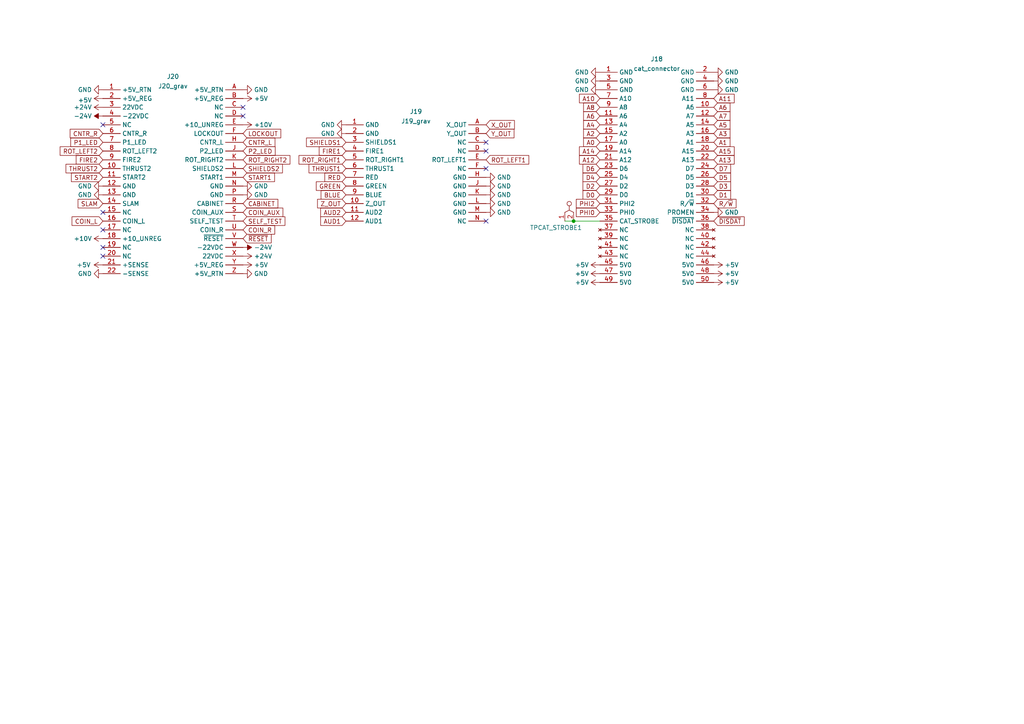
<source format=kicad_sch>
(kicad_sch (version 20211123) (generator eeschema)
  (paper "A4")
  (lib_symbols
    (symbol "atari:cat_connector"
      (property "Reference" "J" (at 7.62 33.02 0))
      (property "Value" "cat_connector" (at -0.635 33.02 0))
      (symbol "cat_connector_1_1"
        (pin power_in line (at -16.51 30.48 0) (length 5.08) (name "GND") (number "1"))
        (pin bidirectional line (at 16.51 20.32 180) (length 5.08) (name "A6") (number "10"))
        (pin bidirectional line (at -16.51 17.78 0) (length 5.08) (name "A6") (number "11"))
        (pin bidirectional line (at 16.51 17.78 180) (length 5.08) (name "A7") (number "12"))
        (pin bidirectional line (at -16.51 15.24 0) (length 5.08) (name "A4") (number "13"))
        (pin bidirectional line (at 16.51 15.24 180) (length 5.08) (name "A5") (number "14"))
        (pin bidirectional line (at -16.51 12.7 0) (length 5.08) (name "A2") (number "15"))
        (pin bidirectional line (at 16.51 12.7 180) (length 5.08) (name "A3") (number "16"))
        (pin bidirectional line (at -16.51 10.16 0) (length 5.08) (name "A0") (number "17"))
        (pin bidirectional line (at 16.51 10.16 180) (length 5.08) (name "A1") (number "18"))
        (pin bidirectional line (at -16.51 7.62 0) (length 5.08) (name "A14") (number "19"))
        (pin power_in line (at 16.51 30.48 180) (length 5.08) (name "GND") (number "2"))
        (pin bidirectional line (at 16.51 7.62 180) (length 5.08) (name "A15") (number "20"))
        (pin bidirectional line (at -16.51 5.08 0) (length 5.08) (name "A12") (number "21"))
        (pin bidirectional line (at 16.51 5.08 180) (length 5.08) (name "A13") (number "22"))
        (pin bidirectional line (at -16.51 2.54 0) (length 5.08) (name "D6") (number "23"))
        (pin bidirectional line (at 16.51 2.54 180) (length 5.08) (name "D7") (number "24"))
        (pin bidirectional line (at -16.51 0 0) (length 5.08) (name "D4") (number "25"))
        (pin bidirectional line (at 16.51 0 180) (length 5.08) (name "D5") (number "26"))
        (pin bidirectional line (at -16.51 -2.54 0) (length 5.08) (name "D2") (number "27"))
        (pin bidirectional line (at 16.51 -2.54 180) (length 5.08) (name "D3") (number "28"))
        (pin bidirectional line (at -16.51 -5.08 0) (length 5.08) (name "D0") (number "29"))
        (pin power_in line (at -16.51 27.94 0) (length 5.08) (name "GND") (number "3"))
        (pin bidirectional line (at 16.51 -5.08 180) (length 5.08) (name "D1") (number "30"))
        (pin bidirectional line (at -16.51 -7.62 0) (length 5.08) (name "PHI2") (number "31"))
        (pin bidirectional line (at 16.51 -7.62 180) (length 5.08) (name "R/~{W}") (number "32"))
        (pin bidirectional line (at -16.51 -10.16 0) (length 5.08) (name "PHI0") (number "33"))
        (pin power_in line (at 16.51 -10.16 180) (length 5.08) (name "PROMEN") (number "34"))
        (pin bidirectional line (at -16.51 -12.7 0) (length 5.08) (name "CAT_STROBE") (number "35"))
        (pin bidirectional line (at 16.51 -12.7 180) (length 5.08) (name "~{DISDAT}") (number "36"))
        (pin no_connect line (at -16.51 -15.24 0) (length 5.08) (name "NC") (number "37"))
        (pin no_connect line (at 16.51 -15.24 180) (length 5.08) (name "NC") (number "38"))
        (pin no_connect line (at -16.51 -17.78 0) (length 5.08) (name "NC") (number "39"))
        (pin power_in line (at 16.51 27.94 180) (length 5.08) (name "GND") (number "4"))
        (pin no_connect line (at 16.51 -17.78 180) (length 5.08) (name "NC") (number "40"))
        (pin no_connect line (at -16.51 -20.32 0) (length 5.08) (name "NC") (number "41"))
        (pin no_connect line (at 16.51 -20.32 180) (length 5.08) (name "NC") (number "42"))
        (pin no_connect line (at -16.51 -22.86 0) (length 5.08) (name "NC") (number "43"))
        (pin no_connect line (at 16.51 -22.86 180) (length 5.08) (name "NC") (number "44"))
        (pin power_in line (at -16.51 -25.4 0) (length 5.08) (name "5V0") (number "45"))
        (pin power_in line (at 16.51 -25.4 180) (length 5.08) (name "5V0") (number "46"))
        (pin power_in line (at -16.51 -27.94 0) (length 5.08) (name "5V0") (number "47"))
        (pin power_in line (at 16.51 -27.94 180) (length 5.08) (name "5V0") (number "48"))
        (pin power_in line (at -16.51 -30.48 0) (length 5.08) (name "5V0") (number "49"))
        (pin power_in line (at -16.51 25.4 0) (length 5.08) (name "GND") (number "5"))
        (pin power_in line (at 16.51 -30.48 180) (length 5.08) (name "5V0") (number "50"))
        (pin power_in line (at 16.51 25.4 180) (length 5.08) (name "GND") (number "6"))
        (pin bidirectional line (at -16.51 22.86 0) (length 5.08) (name "A10") (number "7"))
        (pin bidirectional line (at 16.51 22.86 180) (length 5.08) (name "A11") (number "8"))
        (pin bidirectional line (at -16.51 20.32 0) (length 5.08) (name "A8") (number "9"))
      )
    )
    (symbol "atari:grav_J19"
      (property "Reference" "J" (at 13.97 16.51 0))
      (property "Value" "grav_J19" (at -10.16 16.51 0))
      (symbol "grav_J19_1_1"
        (pin passive line (at -20.32 13.97 0) (length 5.08) (name "GND") (number "1"))
        (pin passive line (at -20.32 -8.89 0) (length 5.08) (name "Z_OUT") (number "10"))
        (pin passive line (at -20.32 -11.43 0) (length 5.08) (name "AUD2") (number "11"))
        (pin passive line (at -20.32 -13.97 0) (length 5.08) (name "AUD1") (number "12"))
        (pin passive line (at -20.32 11.43 0) (length 5.08) (name "GND") (number "2"))
        (pin passive line (at -20.32 8.89 0) (length 5.08) (name "SHIELDS1") (number "3"))
        (pin passive line (at -20.32 6.35 0) (length 5.08) (name "FIRE1") (number "4"))
        (pin passive line (at -20.32 3.81 0) (length 5.08) (name "ROT_RIGHT1") (number "5"))
        (pin passive line (at -20.32 1.27 0) (length 5.08) (name "THRUST1") (number "6"))
        (pin passive line (at -20.32 -1.27 0) (length 5.08) (name "RED") (number "7"))
        (pin passive line (at -20.32 -3.81 0) (length 5.08) (name "GREEN") (number "8"))
        (pin passive line (at -20.32 -6.35 0) (length 5.08) (name "BLUE") (number "9"))
        (pin passive line (at 20.32 13.97 180) (length 5.08) (name "X_OUT") (number "A"))
        (pin passive line (at 20.32 11.43 180) (length 5.08) (name "Y_OUT") (number "B"))
        (pin passive line (at 20.32 8.89 180) (length 5.08) (name "NC") (number "C"))
        (pin passive line (at 20.32 6.35 180) (length 5.08) (name "NC") (number "D"))
        (pin passive line (at 20.32 3.81 180) (length 5.08) (name "ROT_LEFT1") (number "E"))
        (pin passive line (at 20.32 1.27 180) (length 5.08) (name "NC") (number "F"))
        (pin passive line (at 20.32 -1.27 180) (length 5.08) (name "GND") (number "H"))
        (pin passive line (at 20.32 -3.81 180) (length 5.08) (name "GND") (number "J"))
        (pin passive line (at 20.32 -6.35 180) (length 5.08) (name "GND") (number "K"))
        (pin passive line (at 20.32 -8.89 180) (length 5.08) (name "GND") (number "L"))
        (pin passive line (at 20.32 -11.43 180) (length 5.08) (name "GND") (number "M"))
        (pin passive line (at 20.32 -13.97 180) (length 5.08) (name "NC") (number "N"))
      )
    )
    (symbol "atari:grav_J20"
      (property "Reference" "J" (at 5.715 29.21 0))
      (property "Value" "grav_J20" (at -1.27 29.21 0))
      (symbol "grav_J20_1_1"
        (pin passive line (at -20.32 26.67 0) (length 5.08) (name "+5V_RTN") (number "1"))
        (pin passive line (at -20.32 3.81 0) (length 5.08) (name "THRUST2") (number "10"))
        (pin passive line (at -20.32 1.27 0) (length 5.08) (name "START2") (number "11"))
        (pin passive line (at -20.32 -1.27 0) (length 5.08) (name "GND") (number "12"))
        (pin passive line (at -20.32 -3.81 0) (length 5.08) (name "GND") (number "13"))
        (pin passive line (at -20.32 -6.35 0) (length 5.08) (name "SLAM") (number "14"))
        (pin passive line (at -20.32 -8.89 0) (length 5.08) (name "NC") (number "15"))
        (pin passive line (at -20.32 -11.43 0) (length 5.08) (name "COIN_L") (number "16"))
        (pin passive line (at -20.32 -13.97 0) (length 5.08) (name "NC") (number "17"))
        (pin passive line (at -20.32 -16.51 0) (length 5.08) (name "+10_UNREG") (number "18"))
        (pin passive line (at -20.32 -19.05 0) (length 5.08) (name "NC") (number "19"))
        (pin passive line (at -20.32 24.13 0) (length 5.08) (name "+5V_REG") (number "2"))
        (pin passive line (at -20.32 -21.59 0) (length 5.08) (name "NC") (number "20"))
        (pin passive line (at -20.32 -24.13 0) (length 5.08) (name "+SENSE") (number "21"))
        (pin passive line (at -20.32 -26.67 0) (length 5.08) (name "-SENSE") (number "22"))
        (pin passive line (at -20.32 21.59 0) (length 5.08) (name "22VDC") (number "3"))
        (pin passive line (at -20.32 19.05 0) (length 5.08) (name "-22VDC") (number "4"))
        (pin passive line (at -20.32 16.51 0) (length 5.08) (name "NC") (number "5"))
        (pin passive line (at -20.32 13.97 0) (length 5.08) (name "CNTR_R") (number "6"))
        (pin passive line (at -20.32 11.43 0) (length 5.08) (name "P1_LED") (number "7"))
        (pin passive line (at -20.32 8.89 0) (length 5.08) (name "ROT_LEFT2") (number "8"))
        (pin passive line (at -20.32 6.35 0) (length 5.08) (name "FIRE2") (number "9"))
        (pin passive line (at 20.32 26.67 180) (length 5.08) (name "+5V_RTN") (number "A"))
        (pin passive line (at 20.32 24.13 180) (length 5.08) (name "+5V_REG") (number "B"))
        (pin passive line (at 20.32 21.59 180) (length 5.08) (name "NC") (number "C"))
        (pin passive line (at 20.32 19.05 180) (length 5.08) (name "NC") (number "D"))
        (pin passive line (at 20.32 16.51 180) (length 5.08) (name "+10_UNREG") (number "E"))
        (pin passive line (at 20.32 13.97 180) (length 5.08) (name "LOCKOUT") (number "F"))
        (pin passive line (at 20.32 11.43 180) (length 5.08) (name "CNTR_L") (number "H"))
        (pin passive line (at 20.32 8.89 180) (length 5.08) (name "P2_LED") (number "J"))
        (pin passive line (at 20.32 6.35 180) (length 5.08) (name "ROT_RIGHT2") (number "K"))
        (pin passive line (at 20.32 3.81 180) (length 5.08) (name "SHIELDS2") (number "L"))
        (pin passive line (at 20.32 1.27 180) (length 5.08) (name "START1") (number "M"))
        (pin passive line (at 20.32 -1.27 180) (length 5.08) (name "GND") (number "N"))
        (pin passive line (at 20.32 -3.81 180) (length 5.08) (name "GND") (number "P"))
        (pin passive line (at 20.32 -6.35 180) (length 5.08) (name "CABINET") (number "R"))
        (pin passive line (at 20.32 -8.89 180) (length 5.08) (name "COIN_AUX") (number "S"))
        (pin passive line (at 20.32 -11.43 180) (length 5.08) (name "SELF_TEST") (number "T"))
        (pin passive line (at 20.32 -13.97 180) (length 5.08) (name "COIN_R") (number "U"))
        (pin passive line (at 20.32 -16.51 180) (length 5.08) (name "~{RESET}") (number "V"))
        (pin passive line (at 20.32 -19.05 180) (length 5.08) (name "-22VDC") (number "W"))
        (pin passive line (at 20.32 -21.59 180) (length 5.08) (name "22VDC") (number "X"))
        (pin passive line (at 20.32 -24.13 180) (length 5.08) (name "+5V_REG") (number "Y"))
        (pin passive line (at 20.32 -26.67 180) (length 5.08) (name "+5V_RTN") (number "Z"))
      )
    )
    (symbol "atari:tp_2_pin"
      (property "Reference" "TP" (at 0 5.715 0))
      (symbol "tp_2_pin_0_1"
        (polyline (pts (xy 0 1.905) (xy -1.27 1.27)) (stroke (width 0.1524)))
        (polyline (pts (xy 0 3.175) (xy 0 1.905) (xy 1.27 1.27)) (stroke (width 0.1524)))
        (circle (center 0 3.81) (radius 0.635))
      )
      (symbol "tp_2_pin_1_1"
        (pin passive line (at -1.27 -1.27 90) (length 2.54) (name "") (number "1"))
        (pin passive line (at 1.27 -1.27 90) (length 2.54) (name "") (number "2"))
      )
    )
    (symbol "power:+10V" (power) (pin_names (offset 0))
      (property "Value" "+10V" (at 0 3.556 0))
      (symbol "+10V_0_1"
        (polyline (pts (xy -0.762 1.27) (xy 0 2.54)))
        (polyline (pts (xy 0 0) (xy 0 2.54)))
        (polyline (pts (xy 0 2.54) (xy 0.762 1.27)))
      )
      (symbol "+10V_1_1"
        (pin power_in line (at 0 0 90) (length 0) hide (name "+10V") (number "1"))
      )
    )
    (symbol "power:+24V" (power) (pin_names (offset 0))
      (property "Value" "+24V" (at 0 3.556 0))
      (symbol "+24V_0_1"
        (polyline (pts (xy -0.762 1.27) (xy 0 2.54)))
        (polyline (pts (xy 0 0) (xy 0 2.54)))
        (polyline (pts (xy 0 2.54) (xy 0.762 1.27)))
      )
      (symbol "+24V_1_1"
        (pin power_in line (at 0 0 90) (length 0) hide (name "+24V") (number "1"))
      )
    )
    (symbol "power:+5V" (power) (pin_names (offset 0))
      (property "Value" "+5V" (at 0 3.556 0))
      (symbol "+5V_0_1"
        (polyline (pts (xy -0.762 1.27) (xy 0 2.54)))
        (polyline (pts (xy 0 0) (xy 0 2.54)))
        (polyline (pts (xy 0 2.54) (xy 0.762 1.27)))
      )
      (symbol "+5V_1_1"
        (pin power_in line (at 0 0 90) (length 0) hide (name "+5V") (number "1"))
      )
    )
    (symbol "power:-24V" (power) (pin_names (offset 0))
      (property "Value" "-24V" (at 0 3.81 0))
      (symbol "-24V_0_0"
        (pin power_in line (at 0 0 90) (length 0) hide (name "-24V") (number "1"))
      )
      (symbol "-24V_0_1"
        (polyline (pts (xy 0 0) (xy 0 1.27) (xy 0.762 1.27) (xy 0 2.54) (xy -0.762 1.27) (xy 0 1.27)) (fill (type outline)))
      )
    )
    (symbol "power:GND" (power) (pin_names (offset 0))
      (property "Value" "GND" (at 0 -3.81 0))
      (symbol "GND_0_1"
        (polyline (pts (xy 0 0) (xy 0 -1.27) (xy 1.27 -1.27) (xy 0 -2.54) (xy -1.27 -1.27) (xy 0 -1.27)))
      )
      (symbol "GND_1_1"
        (pin power_in line (at 0 0 270) (length 0) hide (name "GND") (number "1"))
      )
    )
  )
  (junction (at 166.37 64.135))
  (no_connect (at 140.97 43.815))
  (no_connect (at 140.97 64.135))
  (no_connect (at 140.97 48.895))
  (no_connect (at 140.97 41.275))
  (no_connect (at 70.485 33.655))
  (no_connect (at 70.485 31.115))
  (no_connect (at 29.845 36.195))
  (no_connect (at 29.845 71.755))
  (no_connect (at 29.845 74.295))
  (no_connect (at 29.845 61.595))
  (no_connect (at 29.845 66.675))
  (wire (pts (xy 166.37 64.135) (xy 173.99 64.135)))
  (wire (pts (xy 163.83 64.135) (xy 166.37 64.135)))
  (global_label "A14" (shape input) (at 173.99 43.815 180) (property "Intersheet References" "${INTERSHEET_REFS}" (effects hide)))
  (global_label "THRUST2" (shape input) (at 29.845 48.895 180) (property "Intersheet References" "${INTERSHEET_REFS}" (effects hide)))
  (global_label "A2" (shape input) (at 173.99 38.735 180) (property "Intersheet References" "${INTERSHEET_REFS}" (effects hide)))
  (global_label "FIRE2" (shape input) (at 29.845 46.355 180) (property "Intersheet References" "${INTERSHEET_REFS}" (effects hide)))
  (global_label "ROT_RIGHT2" (shape input) (at 70.485 46.355 0) (property "Intersheet References" "${INTERSHEET_REFS}" (effects hide)))
  (global_label "PHI2" (shape input) (at 173.99 59.055 180) (property "Intersheet References" "${INTERSHEET_REFS}" (effects hide)))
  (global_label "R{slash}~{W}" (shape input) (at 207.01 59.055 0) (property "Intersheet References" "${INTERSHEET_REFS}" (effects hide)))
  (global_label "GREEN" (shape input) (at 100.33 53.975 180) (property "Intersheet References" "${INTERSHEET_REFS}" (effects hide)))
  (global_label "PHI0" (shape input) (at 173.99 61.595 180) (property "Intersheet References" "${INTERSHEET_REFS}" (effects hide)))
  (global_label "CNTR_L" (shape input) (at 70.485 41.275 0) (property "Intersheet References" "${INTERSHEET_REFS}" (effects hide)))
  (global_label "ROT_LEFT2" (shape input) (at 29.845 43.815 180) (property "Intersheet References" "${INTERSHEET_REFS}" (effects hide)))
  (global_label "D1" (shape input) (at 207.01 56.515 0) (property "Intersheet References" "${INTERSHEET_REFS}" (effects hide)))
  (global_label "SELF_TEST" (shape input) (at 70.485 64.135 0) (property "Intersheet References" "${INTERSHEET_REFS}" (effects hide)))
  (global_label "A10" (shape input) (at 173.99 28.575 180) (property "Intersheet References" "${INTERSHEET_REFS}" (effects hide)))
  (global_label "AUD2" (shape input) (at 100.33 61.595 180) (property "Intersheet References" "${INTERSHEET_REFS}" (effects hide)))
  (global_label "D5" (shape input) (at 207.01 51.435 0) (property "Intersheet References" "${INTERSHEET_REFS}" (effects hide)))
  (global_label "A15" (shape input) (at 207.01 43.815 0) (property "Intersheet References" "${INTERSHEET_REFS}" (effects hide)))
  (global_label "~{RESET}" (shape input) (at 70.485 69.215 0) (property "Intersheet References" "${INTERSHEET_REFS}" (effects hide)))
  (global_label "P2_LED" (shape input) (at 70.485 43.815 0) (property "Intersheet References" "${INTERSHEET_REFS}" (effects hide)))
  (global_label "D0" (shape input) (at 173.99 56.515 180) (property "Intersheet References" "${INTERSHEET_REFS}" (effects hide)))
  (global_label "D4" (shape input) (at 173.99 51.435 180) (property "Intersheet References" "${INTERSHEET_REFS}" (effects hide)))
  (global_label "Y_OUT" (shape input) (at 140.97 38.735 0) (property "Intersheet References" "${INTERSHEET_REFS}" (effects hide)))
  (global_label "START1" (shape input) (at 70.485 51.435 0) (property "Intersheet References" "${INTERSHEET_REFS}" (effects hide)))
  (global_label "SHIELDS2" (shape input) (at 70.485 48.895 0) (property "Intersheet References" "${INTERSHEET_REFS}" (effects hide)))
  (global_label "A1" (shape input) (at 207.01 41.275 0) (property "Intersheet References" "${INTERSHEET_REFS}" (effects hide)))
  (global_label "A11" (shape input) (at 207.01 28.575 0) (property "Intersheet References" "${INTERSHEET_REFS}" (effects hide)))
  (global_label "THRUST1" (shape input) (at 100.33 48.895 180) (property "Intersheet References" "${INTERSHEET_REFS}" (effects hide)))
  (global_label "X_OUT" (shape input) (at 140.97 36.195 0) (property "Intersheet References" "${INTERSHEET_REFS}" (effects hide)))
  (global_label "Z_OUT" (shape input) (at 100.33 59.055 180) (property "Intersheet References" "${INTERSHEET_REFS}" (effects hide)))
  (global_label "A12" (shape input) (at 173.99 46.355 180) (property "Intersheet References" "${INTERSHEET_REFS}" (effects hide)))
  (global_label "A6" (shape input) (at 207.01 31.115 0) (property "Intersheet References" "${INTERSHEET_REFS}" (effects hide)))
  (global_label "LOCKOUT" (shape input) (at 70.485 38.735 0) (property "Intersheet References" "${INTERSHEET_REFS}" (effects hide)))
  (global_label "D7" (shape input) (at 207.01 48.895 0) (property "Intersheet References" "${INTERSHEET_REFS}" (effects hide)))
  (global_label "COIN_AUX" (shape input) (at 70.485 61.595 0) (property "Intersheet References" "${INTERSHEET_REFS}" (effects hide)))
  (global_label "RED" (shape input) (at 100.33 51.435 180) (property "Intersheet References" "${INTERSHEET_REFS}" (effects hide)))
  (global_label "ROT_RIGHT1" (shape input) (at 100.33 46.355 180) (property "Intersheet References" "${INTERSHEET_REFS}" (effects hide)))
  (global_label "A13" (shape input) (at 207.01 46.355 0) (property "Intersheet References" "${INTERSHEET_REFS}" (effects hide)))
  (global_label "D3" (shape input) (at 207.01 53.975 0) (property "Intersheet References" "${INTERSHEET_REFS}" (effects hide)))
  (global_label "AUD1" (shape input) (at 100.33 64.135 180) (property "Intersheet References" "${INTERSHEET_REFS}" (effects hide)))
  (global_label "A8" (shape input) (at 173.99 31.115 180) (property "Intersheet References" "${INTERSHEET_REFS}" (effects hide)))
  (global_label "A3" (shape input) (at 207.01 38.735 0) (property "Intersheet References" "${INTERSHEET_REFS}" (effects hide)))
  (global_label "CNTR_R" (shape input) (at 29.845 38.735 180) (property "Intersheet References" "${INTERSHEET_REFS}" (effects hide)))
  (global_label "P1_LED" (shape input) (at 29.845 41.275 180) (property "Intersheet References" "${INTERSHEET_REFS}" (effects hide)))
  (global_label "SHIELDS1" (shape input) (at 100.33 41.275 180) (property "Intersheet References" "${INTERSHEET_REFS}" (effects hide)))
  (global_label "A6" (shape input) (at 173.99 33.655 180) (property "Intersheet References" "${INTERSHEET_REFS}" (effects hide)))
  (global_label "START2" (shape input) (at 29.845 51.435 180) (property "Intersheet References" "${INTERSHEET_REFS}" (effects hide)))
  (global_label "FIRE1" (shape input) (at 100.33 43.815 180) (property "Intersheet References" "${INTERSHEET_REFS}" (effects hide)))
  (global_label "~{DISDAT}" (shape input) (at 207.01 64.135 0) (property "Intersheet References" "${INTERSHEET_REFS}" (effects hide)))
  (global_label "CABINET" (shape input) (at 70.485 59.055 0) (property "Intersheet References" "${INTERSHEET_REFS}" (effects hide)))
  (global_label "D6" (shape input) (at 173.99 48.895 180) (property "Intersheet References" "${INTERSHEET_REFS}" (effects hide)))
  (global_label "COIN_L" (shape input) (at 29.845 64.135 180) (property "Intersheet References" "${INTERSHEET_REFS}" (effects hide)))
  (global_label "A7" (shape input) (at 207.01 33.655 0) (property "Intersheet References" "${INTERSHEET_REFS}" (effects hide)))
  (global_label "A0" (shape input) (at 173.99 41.275 180) (property "Intersheet References" "${INTERSHEET_REFS}" (effects hide)))
  (global_label "SLAM" (shape input) (at 29.845 59.055 180) (property "Intersheet References" "${INTERSHEET_REFS}" (effects hide)))
  (global_label "COIN_R" (shape input) (at 70.485 66.675 0) (property "Intersheet References" "${INTERSHEET_REFS}" (effects hide)))
  (global_label "A5" (shape input) (at 207.01 36.195 0) (property "Intersheet References" "${INTERSHEET_REFS}" (effects hide)))
  (global_label "ROT_LEFT1" (shape input) (at 140.97 46.355 0) (property "Intersheet References" "${INTERSHEET_REFS}" (effects hide)))
  (global_label "BLUE" (shape input) (at 100.33 56.515 180) (property "Intersheet References" "${INTERSHEET_REFS}" (effects hide)))
  (global_label "A4" (shape input) (at 173.99 36.195 180) (property "Intersheet References" "${INTERSHEET_REFS}" (effects hide)))
  (global_label "D2" (shape input) (at 173.99 53.975 180) (property "Intersheet References" "${INTERSHEET_REFS}" (effects hide)))
  (symbol (lib_id "power:+5V") (at 70.485 28.575 270) (unit 1)
    (property "Reference" "#PWR0134" (effects hide))
    (property "Value" "+5V" (at 73.66 28.575 90) (effects (justify left)))
  )
  (symbol (lib_id "power:GND") (at 29.845 79.375 270) (unit 1)
    (property "Reference" "#PWR0138" (effects hide))
    (property "Value" "GND" (at 26.67 79.375 90) (effects (justify right)))
  )
  (symbol (lib_id "power:GND") (at 207.01 26.035 90) (unit 1)
    (property "Reference" "#PWR0153" (effects hide))
    (property "Value" "GND" (at 210.185 26.035 90) (effects (justify right)))
  )
  (symbol (lib_id "power:+24V") (at 29.845 31.115 90) (unit 1)
    (property "Reference" "#PWR0142" (effects hide))
    (property "Value" "+24V" (at 26.67 31.115 90) (effects (justify left)))
  )
  (symbol (lib_id "power:GND") (at 140.97 51.435 90) (unit 1)
    (property "Reference" "#PWR0129" (effects hide))
    (property "Value" "GND" (at 144.145 51.435 90) (effects (justify right)))
  )
  (symbol (lib_id "power:GND") (at 140.97 61.595 90) (unit 1)
    (property "Reference" "#PWR0126" (effects hide))
    (property "Value" "GND" (at 144.145 61.595 90) (effects (justify right)))
  )
  (symbol (lib_id "power:GND") (at 173.99 20.955 270) (unit 1)
    (property "Reference" "#PWR0157" (effects hide))
    (property "Value" "GND" (at 170.815 20.955 90) (effects (justify right)))
  )
  (symbol (lib_id "power:+5V") (at 173.99 81.915 90) (unit 1)
    (property "Reference" "#PWR0162" (effects hide))
    (property "Value" "+5V" (at 170.815 81.915 90) (effects (justify left)))
  )
  (symbol (lib_id "atari:cat_connector") (at 190.5 51.435 0) (unit 1)
    (property "Reference" "J18" (at 190.5 17.1155 0))
    (property "Value" "cat_connector" (at 190.5 19.8906 0))
  )
  (symbol (lib_id "power:+5V") (at 70.485 76.835 270) (unit 1)
    (property "Reference" "#PWR0146" (effects hide))
    (property "Value" "+5V" (at 73.66 76.835 90) (effects (justify left)))
  )
  (symbol (lib_id "power:+24V") (at 70.485 74.295 270) (unit 1)
    (property "Reference" "#PWR0147" (effects hide))
    (property "Value" "+24V" (at 73.66 74.295 90) (effects (justify left)))
  )
  (symbol (lib_id "power:+10V") (at 29.845 69.215 90) (unit 1)
    (property "Reference" "#PWR0139" (effects hide))
    (property "Value" "+10V" (at 26.67 69.215 90) (effects (justify left)))
  )
  (symbol (lib_id "atari:grav_J19") (at 120.65 50.165 0) (unit 1)
    (property "Reference" "J19" (at 120.65 32.3555 0))
    (property "Value" "J19_grav" (at 120.65 35.1306 0))
  )
  (symbol (lib_id "power:GND") (at 173.99 26.035 270) (unit 1)
    (property "Reference" "#PWR0158" (effects hide))
    (property "Value" "GND" (at 170.815 26.035 90) (effects (justify right)))
  )
  (symbol (lib_id "power:+5V") (at 29.845 76.835 90) (unit 1)
    (property "Reference" "#PWR0137" (effects hide))
    (property "Value" "+5V" (at 22.225 76.835 90) (effects (justify right)))
  )
  (symbol (lib_id "power:+5V") (at 29.845 28.575 90) (unit 1)
    (property "Reference" "#PWR0136" (effects hide))
    (property "Value" "+5V" (at 26.6701 29.054 90) (effects (justify left)))
  )
  (symbol (lib_id "power:GND") (at 29.845 26.035 270) (unit 1)
    (property "Reference" "#PWR0135" (effects hide))
    (property "Value" "GND" (at 26.67 26.035 90) (effects (justify right)))
  )
  (symbol (lib_id "power:GND") (at 100.33 38.735 270) (unit 1)
    (property "Reference" "#PWR0130" (effects hide))
    (property "Value" "GND" (at 97.155 38.735 90) (effects (justify right)))
  )
  (symbol (lib_id "power:GND") (at 70.485 53.975 90) (unit 1)
    (property "Reference" "#PWR0148" (effects hide))
    (property "Value" "GND" (at 73.66 53.975 90) (effects (justify right)))
  )
  (symbol (lib_id "power:+5V") (at 207.01 79.375 270) (unit 1)
    (property "Reference" "#PWR0151" (effects hide))
    (property "Value" "+5V" (at 210.185 79.375 90) (effects (justify left)))
  )
  (symbol (lib_id "power:GND") (at 140.97 59.055 90) (unit 1)
    (property "Reference" "#PWR0125" (effects hide))
    (property "Value" "GND" (at 144.145 59.055 90) (effects (justify right)))
  )
  (symbol (lib_id "power:+10V") (at 70.485 36.195 270) (unit 1)
    (property "Reference" "#PWR0132" (effects hide))
    (property "Value" "+10V" (at 73.66 36.195 90) (effects (justify left)))
  )
  (symbol (lib_id "power:GND") (at 70.485 56.515 90) (unit 1)
    (property "Reference" "#PWR0144" (effects hide))
    (property "Value" "GND" (at 73.66 56.515 90) (effects (justify right)))
  )
  (symbol (lib_id "power:GND") (at 140.97 56.515 90) (unit 1)
    (property "Reference" "#PWR0128" (effects hide))
    (property "Value" "GND" (at 144.145 56.515 90) (effects (justify right)))
  )
  (symbol (lib_id "power:+5V") (at 173.99 76.835 90) (unit 1)
    (property "Reference" "#PWR0160" (effects hide))
    (property "Value" "+5V" (at 170.815 76.835 90) (effects (justify left)))
  )
  (symbol (lib_id "power:GND") (at 207.01 20.955 90) (unit 1)
    (property "Reference" "#PWR0154" (effects hide))
    (property "Value" "GND" (at 210.185 20.955 90) (effects (justify right)))
  )
  (symbol (lib_id "power:GND") (at 29.845 56.515 270) (unit 1)
    (property "Reference" "#PWR0141" (effects hide))
    (property "Value" "GND" (at 26.67 56.515 90) (effects (justify right)))
  )
  (symbol (lib_id "power:+5V") (at 207.01 76.835 270) (unit 1)
    (property "Reference" "#PWR0150" (effects hide))
    (property "Value" "+5V" (at 210.185 76.835 90) (effects (justify left)))
  )
  (symbol (lib_id "power:GND") (at 70.485 26.035 90) (unit 1)
    (property "Reference" "#PWR0133" (effects hide))
    (property "Value" "GND" (at 73.66 26.035 90) (effects (justify right)))
  )
  (symbol (lib_id "power:GND") (at 207.01 23.495 90) (unit 1)
    (property "Reference" "#PWR0155" (effects hide))
    (property "Value" "GND" (at 210.185 23.495 90) (effects (justify right)))
  )
  (symbol (lib_id "power:GND") (at 29.845 53.975 270) (unit 1)
    (property "Reference" "#PWR0140" (effects hide))
    (property "Value" "GND" (at 26.67 53.975 90) (effects (justify right)))
  )
  (symbol (lib_id "power:GND") (at 207.01 61.595 90) (unit 1)
    (property "Reference" "#PWR0156" (effects hide))
    (property "Value" "GND" (at 210.185 61.595 90) (effects (justify right)))
  )
  (symbol (lib_id "power:GND") (at 70.485 79.375 90) (unit 1)
    (property "Reference" "#PWR0145" (effects hide))
    (property "Value" "GND" (at 73.66 79.375 90) (effects (justify right)))
  )
  (symbol (lib_id "power:-24V") (at 29.845 33.655 90) (unit 1)
    (property "Reference" "#PWR0143" (effects hide))
    (property "Value" "-24V" (at 26.67 33.655 90) (effects (justify left)))
  )
  (symbol (lib_id "power:GND") (at 100.33 36.195 270) (unit 1)
    (property "Reference" "#PWR0131" (effects hide))
    (property "Value" "GND" (at 97.155 36.195 90) (effects (justify right)))
  )
  (symbol (lib_id "power:+5V") (at 207.01 81.915 270) (unit 1)
    (property "Reference" "#PWR0152" (effects hide))
    (property "Value" "+5V" (at 210.185 81.915 90) (effects (justify left)))
  )
  (symbol (lib_id "power:GND") (at 140.97 53.975 90) (unit 1)
    (property "Reference" "#PWR0127" (effects hide))
    (property "Value" "GND" (at 144.145 53.975 90) (effects (justify right)))
  )
  (symbol (lib_id "power:-24V") (at 70.485 71.755 270) (unit 1)
    (property "Reference" "#PWR0149" (effects hide))
    (property "Value" "-24V" (at 73.66 71.755 90) (effects (justify left)))
  )
  (symbol (lib_id "power:GND") (at 173.99 23.495 270) (unit 1)
    (property "Reference" "#PWR0159" (effects hide))
    (property "Value" "GND" (at 170.815 23.495 90) (effects (justify right)))
  )
  (symbol (lib_id "atari:grav_J20") (at 50.165 52.705 0) (unit 1)
    (property "Reference" "J20" (at 50.165 22.1955 0))
    (property "Value" "J20_grav" (at 50.165 24.9706 0))
  )
  (symbol (lib_id "atari:tp_2_pin") (at 165.1 62.865 0) (unit 1)
    (property "Reference" "TPCAT_STROBE1" (at 153.67 66.04 0) (effects (justify left)))
    (property "Value" "tp_2_pin" (effects hide))
  )
  (symbol (lib_id "power:+5V") (at 173.99 79.375 90) (unit 1)
    (property "Reference" "#PWR0161" (effects hide))
    (property "Value" "+5V" (at 170.815 79.375 90) (effects (justify left)))
  )
)
</source>
